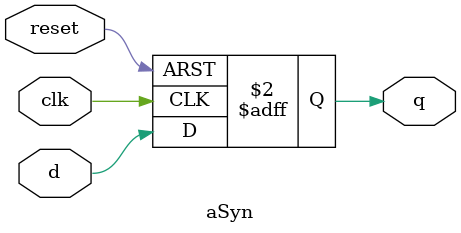
<source format=v>
`timescale 1ns / 1ps


module top(

    );
endmodule

module Syn( clk, d, q, reset);
input d, clk, reset;
output reg q;

always @(posedge clk) begin
    
  
    if (reset) begin    
    
    q <= 0;
    
    end else begin
    
    q <= d;
    
    end

end

endmodule

module aSyn( clk, reset, d, q);
input d, clk, reset;
output reg q;

always @(posedge clk or posedge reset) begin
    
    if (reset) begin    
    
    q <= 0;
    
    end else begin
    
    q <= d;
    
    end

end


endmodule

</source>
